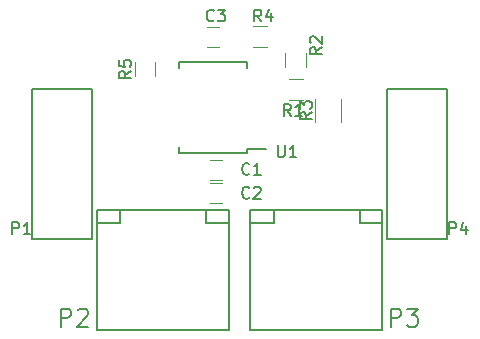
<source format=gbr>
G04 #@! TF.GenerationSoftware,KiCad,Pcbnew,(2017-03-04 revision f18196186)-makepkg*
G04 #@! TF.CreationDate,2017-05-27T01:19:33+02:00*
G04 #@! TF.ProjectId,SPI PT100,5350492050543130302E6B696361645F,1.0*
G04 #@! TF.FileFunction,Legend,Top*
G04 #@! TF.FilePolarity,Positive*
%FSLAX46Y46*%
G04 Gerber Fmt 4.6, Leading zero omitted, Abs format (unit mm)*
G04 Created by KiCad (PCBNEW (2017-03-04 revision f18196186)-makepkg) date 05/27/17 01:19:33*
%MOMM*%
%LPD*%
G01*
G04 APERTURE LIST*
%ADD10C,0.100000*%
%ADD11C,0.127000*%
%ADD12C,0.120000*%
%ADD13C,0.150000*%
G04 APERTURE END LIST*
D10*
D11*
X30200000Y5000000D02*
X32100000Y5000000D01*
X30200000Y6100000D02*
X30200000Y5000000D01*
X22900000Y5000000D02*
X22900000Y6100000D01*
X20900000Y5000000D02*
X22900000Y5000000D01*
X20900000Y5000000D02*
X20900000Y-4100000D01*
X20900000Y6100000D02*
X20900000Y5000000D01*
X22900000Y6100000D02*
X20900000Y6100000D01*
X30200000Y6100000D02*
X22900000Y6100000D01*
X32100000Y6100000D02*
X30200000Y6100000D01*
X32100000Y5000000D02*
X32100000Y6100000D01*
X32100000Y-4100000D02*
X32100000Y5000000D01*
X20900000Y-4100000D02*
X32100000Y-4100000D01*
X17200000Y5000000D02*
X19100000Y5000000D01*
X17200000Y6100000D02*
X17200000Y5000000D01*
X9900000Y5000000D02*
X9900000Y6100000D01*
X7900000Y5000000D02*
X9900000Y5000000D01*
X7900000Y5000000D02*
X7900000Y-4100000D01*
X7900000Y6100000D02*
X7900000Y5000000D01*
X9900000Y6100000D02*
X7900000Y6100000D01*
X17200000Y6100000D02*
X9900000Y6100000D01*
X19100000Y6100000D02*
X17200000Y6100000D01*
X19100000Y5000000D02*
X19100000Y6100000D01*
X19100000Y-4100000D02*
X19100000Y5000000D01*
X7900000Y-4100000D02*
X19100000Y-4100000D01*
D12*
X11120000Y17400000D02*
X11120000Y18600000D01*
X12880000Y18600000D02*
X12880000Y17400000D01*
D13*
X20625000Y11275000D02*
X22225000Y11275000D01*
X20625000Y18575000D02*
X14875000Y18575000D01*
X20625000Y10925000D02*
X14875000Y10925000D01*
X20625000Y18575000D02*
X20625000Y18125000D01*
X14875000Y18575000D02*
X14875000Y18125000D01*
X14875000Y10925000D02*
X14875000Y11375000D01*
X20625000Y10925000D02*
X20625000Y11275000D01*
X2460000Y3650000D02*
X2460000Y16350000D01*
X2460000Y16350000D02*
X7540000Y16350000D01*
X7540000Y3650000D02*
X7540000Y16350000D01*
X2460000Y3650000D02*
X7540000Y3650000D01*
D12*
X18250000Y21600000D02*
X17250000Y21600000D01*
X17250000Y19900000D02*
X18250000Y19900000D01*
X17500000Y6650000D02*
X18500000Y6650000D01*
X18500000Y8350000D02*
X17500000Y8350000D01*
X18500000Y10350000D02*
X17500000Y10350000D01*
X17500000Y8650000D02*
X18500000Y8650000D01*
X22350000Y19870000D02*
X21150000Y19870000D01*
X21150000Y21630000D02*
X22350000Y21630000D01*
X23870000Y18150000D02*
X23870000Y19350000D01*
X25630000Y19350000D02*
X25630000Y18150000D01*
X24150000Y17130000D02*
X25350000Y17130000D01*
X25350000Y15370000D02*
X24150000Y15370000D01*
D13*
X32460000Y3650000D02*
X32460000Y16350000D01*
X32460000Y16350000D02*
X37540000Y16350000D01*
X37540000Y3650000D02*
X37540000Y16350000D01*
X32460000Y3650000D02*
X37540000Y3650000D01*
D12*
X26430000Y13500000D02*
X26430000Y15500000D01*
X28570000Y15500000D02*
X28570000Y13500000D01*
D13*
X32785142Y-3799428D02*
X32785142Y-2275428D01*
X33365714Y-2275428D01*
X33510857Y-2348000D01*
X33583428Y-2420571D01*
X33656000Y-2565714D01*
X33656000Y-2783428D01*
X33583428Y-2928571D01*
X33510857Y-3001142D01*
X33365714Y-3073714D01*
X32785142Y-3073714D01*
X34164000Y-2275428D02*
X35107428Y-2275428D01*
X34599428Y-2856000D01*
X34817142Y-2856000D01*
X34962285Y-2928571D01*
X35034857Y-3001142D01*
X35107428Y-3146285D01*
X35107428Y-3509142D01*
X35034857Y-3654285D01*
X34962285Y-3726857D01*
X34817142Y-3799428D01*
X34381714Y-3799428D01*
X34236571Y-3726857D01*
X34164000Y-3654285D01*
X4845142Y-3799428D02*
X4845142Y-2275428D01*
X5425714Y-2275428D01*
X5570857Y-2348000D01*
X5643428Y-2420571D01*
X5716000Y-2565714D01*
X5716000Y-2783428D01*
X5643428Y-2928571D01*
X5570857Y-3001142D01*
X5425714Y-3073714D01*
X4845142Y-3073714D01*
X6296571Y-2420571D02*
X6369142Y-2348000D01*
X6514285Y-2275428D01*
X6877142Y-2275428D01*
X7022285Y-2348000D01*
X7094857Y-2420571D01*
X7167428Y-2565714D01*
X7167428Y-2710857D01*
X7094857Y-2928571D01*
X6224000Y-3799428D01*
X7167428Y-3799428D01*
X10802380Y17833334D02*
X10326190Y17500000D01*
X10802380Y17261905D02*
X9802380Y17261905D01*
X9802380Y17642858D01*
X9850000Y17738096D01*
X9897619Y17785715D01*
X9992857Y17833334D01*
X10135714Y17833334D01*
X10230952Y17785715D01*
X10278571Y17738096D01*
X10326190Y17642858D01*
X10326190Y17261905D01*
X9802380Y18738096D02*
X9802380Y18261905D01*
X10278571Y18214286D01*
X10230952Y18261905D01*
X10183333Y18357143D01*
X10183333Y18595239D01*
X10230952Y18690477D01*
X10278571Y18738096D01*
X10373809Y18785715D01*
X10611904Y18785715D01*
X10707142Y18738096D01*
X10754761Y18690477D01*
X10802380Y18595239D01*
X10802380Y18357143D01*
X10754761Y18261905D01*
X10707142Y18214286D01*
X23238095Y11547620D02*
X23238095Y10738096D01*
X23285714Y10642858D01*
X23333333Y10595239D01*
X23428571Y10547620D01*
X23619047Y10547620D01*
X23714285Y10595239D01*
X23761904Y10642858D01*
X23809523Y10738096D01*
X23809523Y11547620D01*
X24809523Y10547620D02*
X24238095Y10547620D01*
X24523809Y10547620D02*
X24523809Y11547620D01*
X24428571Y11404762D01*
X24333333Y11309524D01*
X24238095Y11261905D01*
X761904Y4047620D02*
X761904Y5047620D01*
X1142857Y5047620D01*
X1238095Y5000000D01*
X1285714Y4952381D01*
X1333333Y4857143D01*
X1333333Y4714286D01*
X1285714Y4619048D01*
X1238095Y4571429D01*
X1142857Y4523810D01*
X761904Y4523810D01*
X2285714Y4047620D02*
X1714285Y4047620D01*
X2000000Y4047620D02*
X2000000Y5047620D01*
X1904761Y4904762D01*
X1809523Y4809524D01*
X1714285Y4761905D01*
X17833333Y22142858D02*
X17785714Y22095239D01*
X17642857Y22047620D01*
X17547619Y22047620D01*
X17404761Y22095239D01*
X17309523Y22190477D01*
X17261904Y22285715D01*
X17214285Y22476191D01*
X17214285Y22619048D01*
X17261904Y22809524D01*
X17309523Y22904762D01*
X17404761Y23000000D01*
X17547619Y23047620D01*
X17642857Y23047620D01*
X17785714Y23000000D01*
X17833333Y22952381D01*
X18166666Y23047620D02*
X18785714Y23047620D01*
X18452380Y22666667D01*
X18595238Y22666667D01*
X18690476Y22619048D01*
X18738095Y22571429D01*
X18785714Y22476191D01*
X18785714Y22238096D01*
X18738095Y22142858D01*
X18690476Y22095239D01*
X18595238Y22047620D01*
X18309523Y22047620D01*
X18214285Y22095239D01*
X18166666Y22142858D01*
X20833333Y7142858D02*
X20785714Y7095239D01*
X20642857Y7047620D01*
X20547619Y7047620D01*
X20404761Y7095239D01*
X20309523Y7190477D01*
X20261904Y7285715D01*
X20214285Y7476191D01*
X20214285Y7619048D01*
X20261904Y7809524D01*
X20309523Y7904762D01*
X20404761Y8000000D01*
X20547619Y8047620D01*
X20642857Y8047620D01*
X20785714Y8000000D01*
X20833333Y7952381D01*
X21214285Y7952381D02*
X21261904Y8000000D01*
X21357142Y8047620D01*
X21595238Y8047620D01*
X21690476Y8000000D01*
X21738095Y7952381D01*
X21785714Y7857143D01*
X21785714Y7761905D01*
X21738095Y7619048D01*
X21166666Y7047620D01*
X21785714Y7047620D01*
X20833333Y9142858D02*
X20785714Y9095239D01*
X20642857Y9047620D01*
X20547619Y9047620D01*
X20404761Y9095239D01*
X20309523Y9190477D01*
X20261904Y9285715D01*
X20214285Y9476191D01*
X20214285Y9619048D01*
X20261904Y9809524D01*
X20309523Y9904762D01*
X20404761Y10000000D01*
X20547619Y10047620D01*
X20642857Y10047620D01*
X20785714Y10000000D01*
X20833333Y9952381D01*
X21785714Y9047620D02*
X21214285Y9047620D01*
X21500000Y9047620D02*
X21500000Y10047620D01*
X21404761Y9904762D01*
X21309523Y9809524D01*
X21214285Y9761905D01*
X21833333Y22047620D02*
X21500000Y22523810D01*
X21261904Y22047620D02*
X21261904Y23047620D01*
X21642857Y23047620D01*
X21738095Y23000000D01*
X21785714Y22952381D01*
X21833333Y22857143D01*
X21833333Y22714286D01*
X21785714Y22619048D01*
X21738095Y22571429D01*
X21642857Y22523810D01*
X21261904Y22523810D01*
X22690476Y22714286D02*
X22690476Y22047620D01*
X22452380Y23095239D02*
X22214285Y22380953D01*
X22833333Y22380953D01*
X26952380Y19833334D02*
X26476190Y19500000D01*
X26952380Y19261905D02*
X25952380Y19261905D01*
X25952380Y19642858D01*
X26000000Y19738096D01*
X26047619Y19785715D01*
X26142857Y19833334D01*
X26285714Y19833334D01*
X26380952Y19785715D01*
X26428571Y19738096D01*
X26476190Y19642858D01*
X26476190Y19261905D01*
X26047619Y20214286D02*
X26000000Y20261905D01*
X25952380Y20357143D01*
X25952380Y20595239D01*
X26000000Y20690477D01*
X26047619Y20738096D01*
X26142857Y20785715D01*
X26238095Y20785715D01*
X26380952Y20738096D01*
X26952380Y20166667D01*
X26952380Y20785715D01*
X24333333Y14047620D02*
X24000000Y14523810D01*
X23761904Y14047620D02*
X23761904Y15047620D01*
X24142857Y15047620D01*
X24238095Y15000000D01*
X24285714Y14952381D01*
X24333333Y14857143D01*
X24333333Y14714286D01*
X24285714Y14619048D01*
X24238095Y14571429D01*
X24142857Y14523810D01*
X23761904Y14523810D01*
X25285714Y14047620D02*
X24714285Y14047620D01*
X25000000Y14047620D02*
X25000000Y15047620D01*
X24904761Y14904762D01*
X24809523Y14809524D01*
X24714285Y14761905D01*
X37761904Y4047620D02*
X37761904Y5047620D01*
X38142857Y5047620D01*
X38238095Y5000000D01*
X38285714Y4952381D01*
X38333333Y4857143D01*
X38333333Y4714286D01*
X38285714Y4619048D01*
X38238095Y4571429D01*
X38142857Y4523810D01*
X37761904Y4523810D01*
X39190476Y4714286D02*
X39190476Y4047620D01*
X38952380Y5095239D02*
X38714285Y4380953D01*
X39333333Y4380953D01*
X26102380Y14333334D02*
X25626190Y14000000D01*
X26102380Y13761905D02*
X25102380Y13761905D01*
X25102380Y14142858D01*
X25150000Y14238096D01*
X25197619Y14285715D01*
X25292857Y14333334D01*
X25435714Y14333334D01*
X25530952Y14285715D01*
X25578571Y14238096D01*
X25626190Y14142858D01*
X25626190Y13761905D01*
X25102380Y14666667D02*
X25102380Y15285715D01*
X25483333Y14952381D01*
X25483333Y15095239D01*
X25530952Y15190477D01*
X25578571Y15238096D01*
X25673809Y15285715D01*
X25911904Y15285715D01*
X26007142Y15238096D01*
X26054761Y15190477D01*
X26102380Y15095239D01*
X26102380Y14809524D01*
X26054761Y14714286D01*
X26007142Y14666667D01*
M02*

</source>
